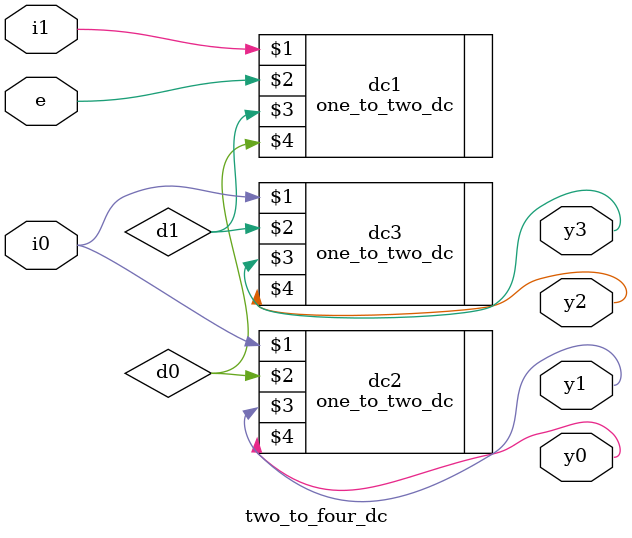
<source format=sv>
`timescale 1ns / 1ps


module two_to_four_dc(
                    input logic i1, i0, e,
                    output logic y3, y2, y1, y0);
    
    logic d1, d0;
    
    one_to_two_dc dc1(i1, e, d1, d0);
    one_to_two_dc dc2(i0, d0, y1, y0);
    one_to_two_dc dc3(i0, d1, y3, y2);
    
endmodule

</source>
